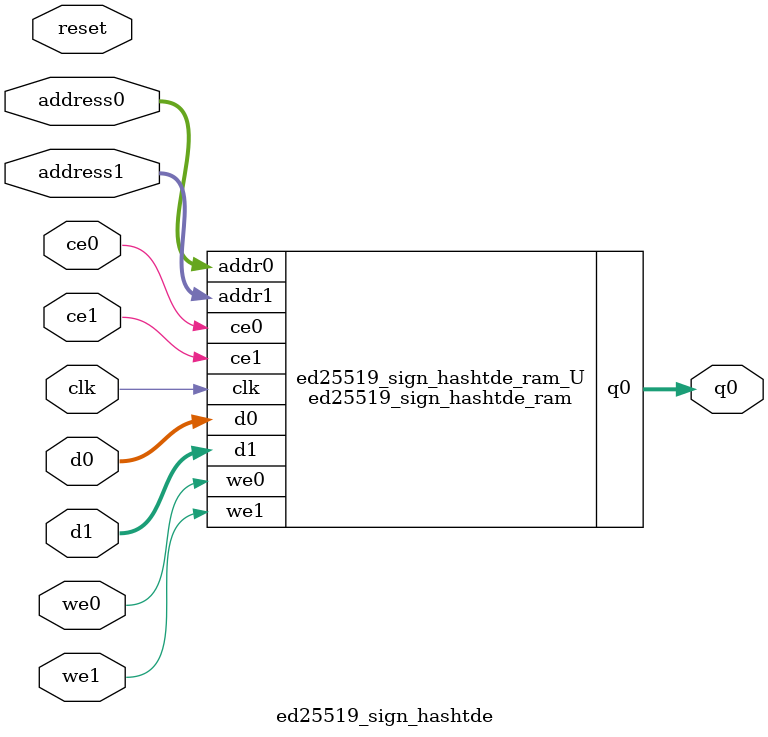
<source format=v>

`timescale 1 ns / 1 ps
module ed25519_sign_hashtde_ram (addr0, ce0, d0, we0, q0, addr1, ce1, d1, we1,  clk);

parameter DWIDTH = 64;
parameter AWIDTH = 3;
parameter MEM_SIZE = 8;

input[AWIDTH-1:0] addr0;
input ce0;
input[DWIDTH-1:0] d0;
input we0;
output reg[DWIDTH-1:0] q0;
input[AWIDTH-1:0] addr1;
input ce1;
input[DWIDTH-1:0] d1;
input we1;
input clk;

(* ram_style = "block" *)reg [DWIDTH-1:0] ram[0:MEM_SIZE-1];




always @(posedge clk)  
begin 
    if (ce0) 
    begin
        if (we0) 
        begin 
            ram[addr0] <= d0; 
            q0 <= d0;
        end 
        else 
            q0 <= ram[addr0];
    end
end


always @(posedge clk)  
begin 
    if (ce1) 
    begin
        if (we1) 
        begin 
            ram[addr1] <= d1; 
        end 
    end
end


endmodule


`timescale 1 ns / 1 ps
module ed25519_sign_hashtde(
    reset,
    clk,
    address0,
    ce0,
    we0,
    d0,
    q0,
    address1,
    ce1,
    we1,
    d1);

parameter DataWidth = 32'd64;
parameter AddressRange = 32'd8;
parameter AddressWidth = 32'd3;
input reset;
input clk;
input[AddressWidth - 1:0] address0;
input ce0;
input we0;
input[DataWidth - 1:0] d0;
output[DataWidth - 1:0] q0;
input[AddressWidth - 1:0] address1;
input ce1;
input we1;
input[DataWidth - 1:0] d1;



ed25519_sign_hashtde_ram ed25519_sign_hashtde_ram_U(
    .clk( clk ),
    .addr0( address0 ),
    .ce0( ce0 ),
    .d0( d0 ),
    .we0( we0 ),
    .q0( q0 ),
    .addr1( address1 ),
    .ce1( ce1 ),
    .d1( d1 ),
    .we1( we1 ));

endmodule


</source>
